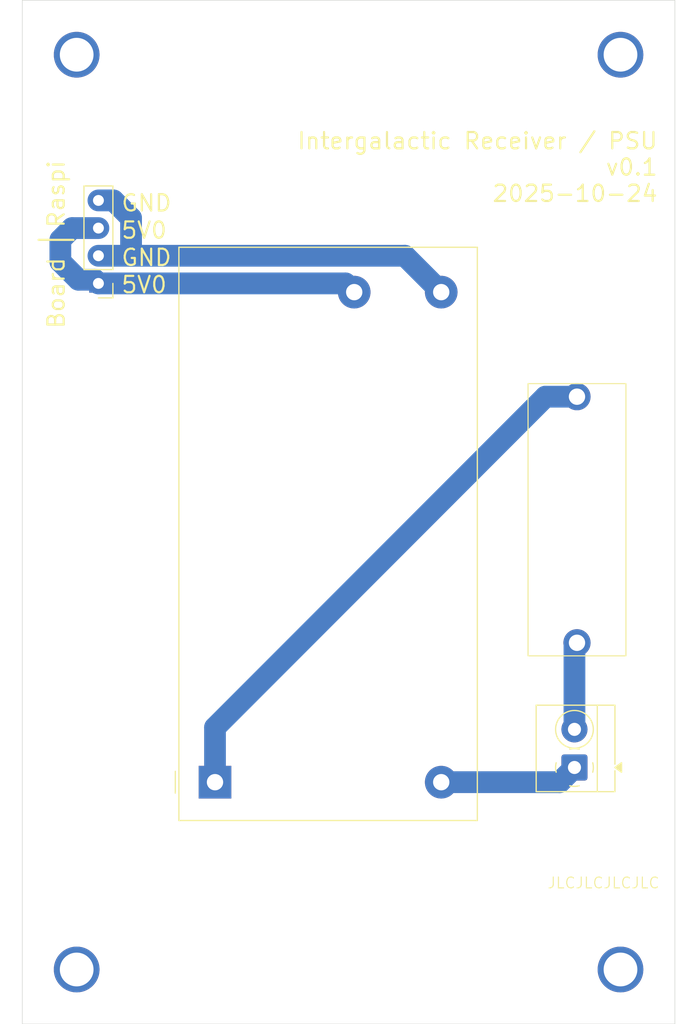
<source format=kicad_pcb>
(kicad_pcb (version 20240108) (generator "pcbnew") (generator_version "8.0")
  (layers (0 "F.Cu" signal) (31 "B.Cu" signal) (34 "B.Paste" user) (35 "F.Paste" user) (36 "B.SilkS" user "B.Silkscreen") (37 "F.SilkS" user "F.Silkscreen") (38 "B.Mask" user) (39 "F.Mask" user) (44 "Edge.Cuts" user))
  (net 0 "")
  (net 1 "Net-(PS1-AC{slash}L)")
  (net 2 "Net-(J1-Pin_2)")
  (net 3 "Net-(J1-Pin_1)")
  (net 4 "GND")
  (net 5 "5V0")
  (footprint "" (layer "F.Cu") (at 35 35)
    (property "Reference" "" (at 0 0 0) (layer "F.SilkS") (effects (font (size 1.27 1.27))))
    (property "Value" "")
    (pad "1" thru_hole circle (at 0 0) (size 4.2 4.2) (drill 3.1) (layers "*.Cu" "*.Mask" "In1.Cu" "In2.Cu" "In3.Cu" "In4.Cu" "In5.Cu" "In6.Cu" "In7.Cu" "In8.Cu" "In9.Cu" "In10.Cu" "In11.Cu" "In12.Cu" "In13.Cu" "In14.Cu" "In15.Cu" "In16.Cu" "In17.Cu" "In18.Cu" "In19.Cu" "In20.Cu" "In21.Cu" "In22.Cu" "In23.Cu" "In24.Cu" "In25.Cu" "In26.Cu" "In27.Cu" "In28.Cu" "In29.Cu" "In30.Cu"))
  )
  (footprint "TerminalBlock_4Ucon:TerminalBlock_4Ucon_1x02_P3.50mm_Horizontal" (layer "F.Cu") (at 80.767501 100.449999 90)
    (property "Reference" "J1" (hide yes))
    (property "Value" "Screw_Terminal_01x02")
    (fp_line (start 5.72 -3.52) (end 5.72 3.72) (stroke (width 0.12)) (layer "F.SilkS"))
    (fp_line (start -2.22 -3.52) (end 5.72 -3.52) (stroke (width 0.12)) (layer "F.SilkS"))
    (fp_line (start -2.22 -3.52) (end -2.22 3.72) (stroke (width 0.12)) (layer "F.SilkS"))
    (fp_line (start -2.22 2.1) (end 5.72 2.1) (stroke (width 0.12)) (layer "F.SilkS"))
    (fp_line (start 0.3 3.72) (end 5.72 3.72) (stroke (width 0.12)) (layer "F.SilkS"))
    (fp_line (start -2.22 3.72) (end -0.3 3.72) (stroke (width 0.12)) (layer "F.SilkS"))
    (fp_arc (start -0.433 -1.68) (mid 0.000376 -1.734903) (end 0.433727 -1.679812) (stroke (width 0.12)) (layer "F.SilkS"))
    (fp_arc (start 1.68 -0.433) (mid 1.734903 0.000376) (end 1.679812 0.433727) (stroke (width 0.12)) (layer "F.SilkS"))
    (fp_arc (start -1.68 0.433) (mid -1.734903 -0.000376) (end -1.679812 -0.433727) (stroke (width 0.12)) (layer "F.SilkS"))
    (fp_arc (start 0.433 1.68) (mid -0.000376 1.734903) (end -0.433727 1.679812) (stroke (width 0.12)) (layer "F.SilkS"))
    (fp_circle (center 3.5 0) (end 5.235 0) (stroke (width 0.12)) (fill none) (layer "F.SilkS"))
    (fp_poly (pts (xy 0 3.72) (xy 0.44 4.329999) (xy -0.44 4.329999) (xy 0 3.72)) (stroke (width 0.12)) (fill solid) (layer "F.SilkS"))
    (pad "1" thru_hole roundrect (at 0 0 90) (size 2.4 2.4) (drill 1.2) (layers "*.Cu" "*.Mask" "In1.Cu" "In2.Cu" "In3.Cu" "In4.Cu" "In5.Cu" "In6.Cu" "In7.Cu" "In8.Cu" "In9.Cu" "In10.Cu" "In11.Cu" "In12.Cu" "In13.Cu" "In14.Cu" "In15.Cu" "In16.Cu" "In17.Cu" "In18.Cu" "In19.Cu" "In20.Cu" "In21.Cu" "In22.Cu" "In23.Cu" "In24.Cu" "In25.Cu" "In26.Cu" "In27.Cu" "In28.Cu" "In29.Cu" "In30.Cu") (roundrect_rratio 0.104167) (net 3 "Net-(J1-Pin_1)"))
    (pad "2" thru_hole circle (at 3.5 0 90) (size 2.4 2.4) (drill 1.2) (layers "*.Cu" "*.Mask" "In1.Cu" "In2.Cu" "In3.Cu" "In4.Cu" "In5.Cu" "In6.Cu" "In7.Cu" "In8.Cu" "In9.Cu" "In10.Cu" "In11.Cu" "In12.Cu" "In13.Cu" "In14.Cu" "In15.Cu" "In16.Cu" "In17.Cu" "In18.Cu" "In19.Cu" "In20.Cu" "In21.Cu" "In22.Cu" "In23.Cu" "In24.Cu" "In25.Cu" "In26.Cu" "In27.Cu" "In28.Cu" "In29.Cu" "In30.Cu") (net 2 "Net-(J1-Pin_2)"))
  )
  (footprint "Connector_PinHeader_2.54mm:PinHeader_1x04_P2.54mm_Vertical" (layer "F.Cu") (at 37 56 180)
    (property "Reference" "J2" (hide yes))
    (property "Value" "Conn_01x04")
    (fp_line (start 1.33 1.270001) (end 1.33 8.95) (stroke (width 0.12)) (layer "F.SilkS"))
    (fp_line (start -1.33 8.95) (end 1.33 8.95) (stroke (width 0.12)) (layer "F.SilkS"))
    (fp_line (start -1.33 1.270001) (end 1.33 1.270001) (stroke (width 0.12)) (layer "F.SilkS"))
    (fp_line (start -1.33 1.270001) (end -1.33 8.95) (stroke (width 0.12)) (layer "F.SilkS"))
    (fp_line (start -1.33 0) (end -1.33 -1.33) (stroke (width 0.12)) (layer "F.SilkS"))
    (fp_line (start -1.33 -1.33) (end 0 -1.33) (stroke (width 0.12)) (layer "F.SilkS"))
    (pad "1" thru_hole rect (at 0 0 180) (size 1.7 1.7) (drill 1) (layers "*.Cu" "*.Mask" "In1.Cu" "In2.Cu" "In3.Cu" "In4.Cu" "In5.Cu" "In6.Cu" "In7.Cu" "In8.Cu" "In9.Cu" "In10.Cu" "In11.Cu" "In12.Cu" "In13.Cu" "In14.Cu" "In15.Cu" "In16.Cu" "In17.Cu" "In18.Cu" "In19.Cu" "In20.Cu" "In21.Cu" "In22.Cu" "In23.Cu" "In24.Cu" "In25.Cu" "In26.Cu" "In27.Cu" "In28.Cu" "In29.Cu" "In30.Cu") (net 5 "5V0"))
    (pad "2" thru_hole oval (at 0 2.54 180) (size 1.7 1.7) (drill 1) (layers "*.Cu" "*.Mask" "In1.Cu" "In2.Cu" "In3.Cu" "In4.Cu" "In5.Cu" "In6.Cu" "In7.Cu" "In8.Cu" "In9.Cu" "In10.Cu" "In11.Cu" "In12.Cu" "In13.Cu" "In14.Cu" "In15.Cu" "In16.Cu" "In17.Cu" "In18.Cu" "In19.Cu" "In20.Cu" "In21.Cu" "In22.Cu" "In23.Cu" "In24.Cu" "In25.Cu" "In26.Cu" "In27.Cu" "In28.Cu" "In29.Cu" "In30.Cu") (net 4 "GND"))
    (pad "3" thru_hole oval (at 0 5.079999 180) (size 1.7 1.7) (drill 1) (layers "*.Cu" "*.Mask" "In1.Cu" "In2.Cu" "In3.Cu" "In4.Cu" "In5.Cu" "In6.Cu" "In7.Cu" "In8.Cu" "In9.Cu" "In10.Cu" "In11.Cu" "In12.Cu" "In13.Cu" "In14.Cu" "In15.Cu" "In16.Cu" "In17.Cu" "In18.Cu" "In19.Cu" "In20.Cu" "In21.Cu" "In22.Cu" "In23.Cu" "In24.Cu" "In25.Cu" "In26.Cu" "In27.Cu" "In28.Cu" "In29.Cu" "In30.Cu") (net 5 "5V0"))
    (pad "4" thru_hole oval (at 0 7.62 180) (size 1.7 1.7) (drill 1) (layers "*.Cu" "*.Mask" "In1.Cu" "In2.Cu" "In3.Cu" "In4.Cu" "In5.Cu" "In6.Cu" "In7.Cu" "In8.Cu" "In9.Cu" "In10.Cu" "In11.Cu" "In12.Cu" "In13.Cu" "In14.Cu" "In15.Cu" "In16.Cu" "In17.Cu" "In18.Cu" "In19.Cu" "In20.Cu" "In21.Cu" "In22.Cu" "In23.Cu" "In24.Cu" "In25.Cu" "In26.Cu" "In27.Cu" "In28.Cu" "In29.Cu" "In30.Cu") (net 4 "GND"))
  )
  (footprint "" (layer "F.Cu") (at 35 119)
    (property "Reference" "" (at 0 0 0) (layer "F.SilkS") (effects (font (size 1.27 1.27))))
    (property "Value" "")
    (pad "1" thru_hole circle (at 0 0) (size 4.2 4.2) (drill 3.1) (layers "*.Cu" "*.Mask" "In1.Cu" "In2.Cu" "In3.Cu" "In4.Cu" "In5.Cu" "In6.Cu" "In7.Cu" "In8.Cu" "In9.Cu" "In10.Cu" "In11.Cu" "In12.Cu" "In13.Cu" "In14.Cu" "In15.Cu" "In16.Cu" "In17.Cu" "In18.Cu" "In19.Cu" "In20.Cu" "In21.Cu" "In22.Cu" "In23.Cu" "In24.Cu" "In25.Cu" "In26.Cu" "In27.Cu" "In28.Cu" "In29.Cu" "In30.Cu"))
  )
  (footprint "" (layer "F.Cu") (at 85 35)
    (property "Reference" "" (at 0 0 0) (layer "F.SilkS") (effects (font (size 1.27 1.27))))
    (property "Value" "")
    (pad "1" thru_hole circle (at 0 0) (size 4.2 4.2) (drill 3.1) (layers "*.Cu" "*.Mask" "In1.Cu" "In2.Cu" "In3.Cu" "In4.Cu" "In5.Cu" "In6.Cu" "In7.Cu" "In8.Cu" "In9.Cu" "In10.Cu" "In11.Cu" "In12.Cu" "In13.Cu" "In14.Cu" "In15.Cu" "In16.Cu" "In17.Cu" "In18.Cu" "In19.Cu" "In20.Cu" "In21.Cu" "In22.Cu" "In23.Cu" "In24.Cu" "In25.Cu" "In26.Cu" "In27.Cu" "In28.Cu" "In29.Cu" "In30.Cu"))
  )
  (footprint "IGR:FuseSocket" (layer "F.Cu") (at 81 77.699999 90)
    (property "Reference" "F1" (hide yes))
    (property "Value" "Fuse")
    (fp_poly (pts (xy -12.5 -4.5) (xy 12.5 -4.5) (xy 12.5 4.5) (xy -12.5 4.5)) (stroke (width 0.1)) (fill none) (layer "F.SilkS"))
    (pad "1" thru_hole circle (at -11.300001 0 270) (size 2.5 2.5) (drill 1.5) (layers "*.Cu" "*.Mask" "In1.Cu" "In2.Cu" "In3.Cu" "In4.Cu" "In5.Cu" "In6.Cu" "In7.Cu" "In8.Cu" "In9.Cu" "In10.Cu" "In11.Cu" "In12.Cu" "In13.Cu" "In14.Cu" "In15.Cu" "In16.Cu" "In17.Cu" "In18.Cu" "In19.Cu" "In20.Cu" "In21.Cu" "In22.Cu" "In23.Cu" "In24.Cu" "In25.Cu" "In26.Cu" "In27.Cu" "In28.Cu" "In29.Cu" "In30.Cu") (net 2 "Net-(J1-Pin_2)"))
    (pad "2" thru_hole circle (at 11.300001 0 180) (size 2.5 2.5) (drill 1.5) (layers "*.Cu" "*.Mask" "In1.Cu" "In2.Cu" "In3.Cu" "In4.Cu" "In5.Cu" "In6.Cu" "In7.Cu" "In8.Cu" "In9.Cu" "In10.Cu" "In11.Cu" "In12.Cu" "In13.Cu" "In14.Cu" "In15.Cu" "In16.Cu" "In17.Cu" "In18.Cu" "In19.Cu" "In20.Cu" "In21.Cu" "In22.Cu" "In23.Cu" "In24.Cu" "In25.Cu" "In26.Cu" "In27.Cu" "In28.Cu" "In29.Cu" "In30.Cu") (net 1 "Net-(PS1-AC{slash}L)"))
  )
  (footprint "Converter_ACDC:Converter_ACDC_MeanWell_IRM-20-xx_THT" (layer "F.Cu") (at 47.7175 101.8 90)
    (property "Reference" "PS1" (hide yes))
    (property "Value" "IRM-20-5")
    (fp_line (start 1 -3.65) (end -1 -3.65) (stroke (width 0.12)) (layer "F.SilkS"))
    (fp_line (start 49.120001 -3.32) (end 49.120001 24.12) (stroke (width 0.12)) (layer "F.SilkS"))
    (fp_line (start -3.519999 -3.32) (end 49.120001 -3.32) (stroke (width 0.12)) (layer "F.SilkS"))
    (fp_line (start -3.519999 -3.32) (end -3.519999 24.12) (stroke (width 0.12)) (layer "F.SilkS"))
    (fp_line (start -3.519999 24.12) (end 49.120001 24.12) (stroke (width 0.12)) (layer "F.SilkS"))
    (pad "1" thru_hole rect (at 0 0 90) (size 3 3) (drill 1.5) (layers "*.Cu" "*.Mask" "In1.Cu" "In2.Cu" "In3.Cu" "In4.Cu" "In5.Cu" "In6.Cu" "In7.Cu" "In8.Cu" "In9.Cu" "In10.Cu" "In11.Cu" "In12.Cu" "In13.Cu" "In14.Cu" "In15.Cu" "In16.Cu" "In17.Cu" "In18.Cu" "In19.Cu" "In20.Cu" "In21.Cu" "In22.Cu" "In23.Cu" "In24.Cu" "In25.Cu" "In26.Cu" "In27.Cu" "In28.Cu" "In29.Cu" "In30.Cu") (net 1 "Net-(PS1-AC{slash}L)"))
    (pad "2" thru_hole circle (at 0 20.8 90) (size 3 3) (drill 1.5) (layers "*.Cu" "*.Mask" "In1.Cu" "In2.Cu" "In3.Cu" "In4.Cu" "In5.Cu" "In6.Cu" "In7.Cu" "In8.Cu" "In9.Cu" "In10.Cu" "In11.Cu" "In12.Cu" "In13.Cu" "In14.Cu" "In15.Cu" "In16.Cu" "In17.Cu" "In18.Cu" "In19.Cu" "In20.Cu" "In21.Cu" "In22.Cu" "In23.Cu" "In24.Cu" "In25.Cu" "In26.Cu" "In27.Cu" "In28.Cu" "In29.Cu" "In30.Cu") (net 3 "Net-(J1-Pin_1)"))
    (pad "3" thru_hole circle (at 45 20.8 90) (size 3 3) (drill 1.5) (layers "*.Cu" "*.Mask" "In1.Cu" "In2.Cu" "In3.Cu" "In4.Cu" "In5.Cu" "In6.Cu" "In7.Cu" "In8.Cu" "In9.Cu" "In10.Cu" "In11.Cu" "In12.Cu" "In13.Cu" "In14.Cu" "In15.Cu" "In16.Cu" "In17.Cu" "In18.Cu" "In19.Cu" "In20.Cu" "In21.Cu" "In22.Cu" "In23.Cu" "In24.Cu" "In25.Cu" "In26.Cu" "In27.Cu" "In28.Cu" "In29.Cu" "In30.Cu") (net 4 "GND"))
    (pad "4" thru_hole circle (at 45 12.8 90) (size 3 3) (drill 1.5) (layers "*.Cu" "*.Mask" "In1.Cu" "In2.Cu" "In3.Cu" "In4.Cu" "In5.Cu" "In6.Cu" "In7.Cu" "In8.Cu" "In9.Cu" "In10.Cu" "In11.Cu" "In12.Cu" "In13.Cu" "In14.Cu" "In15.Cu" "In16.Cu" "In17.Cu" "In18.Cu" "In19.Cu" "In20.Cu" "In21.Cu" "In22.Cu" "In23.Cu" "In24.Cu" "In25.Cu" "In26.Cu" "In27.Cu" "In28.Cu" "In29.Cu" "In30.Cu") (net 5 "5V0"))
  )
  (footprint "" (layer "F.Cu") (at 85 119)
    (property "Reference" "" (at 0 0 0) (layer "F.SilkS") (effects (font (size 1.27 1.27))))
    (property "Value" "")
    (pad "1" thru_hole circle (at 0 0) (size 4.2 4.2) (drill 3.1) (layers "*.Cu" "*.Mask" "In1.Cu" "In2.Cu" "In3.Cu" "In4.Cu" "In5.Cu" "In6.Cu" "In7.Cu" "In8.Cu" "In9.Cu" "In10.Cu" "In11.Cu" "In12.Cu" "In13.Cu" "In14.Cu" "In15.Cu" "In16.Cu" "In17.Cu" "In18.Cu" "In19.Cu" "In20.Cu" "In21.Cu" "In22.Cu" "In23.Cu" "In24.Cu" "In25.Cu" "In26.Cu" "In27.Cu" "In28.Cu" "In29.Cu" "In30.Cu"))
  )
  (gr_line (start 31.5 52) (end 34.7 52) (stroke (width 0.2)) (layer "F.SilkS"))
  (gr_line (start 90 30) (end 30 30) (stroke (width 0.05)) (layer "Edge.Cuts"))
  (gr_line (start 30 124) (end 90 124) (stroke (width 0.05)) (layer "Edge.Cuts"))
  (gr_line (start 90 124) (end 90 30) (stroke (width 0.05)) (layer "Edge.Cuts"))
  (gr_line (start 30 30) (end 30 124) (stroke (width 0.05)) (layer "Edge.Cuts"))
  (gr_text "Board" (at 34 53.5 90) (layer "F.SilkS") (effects (font (size 1.5 1.5) (thickness 0.2)) (justify right bottom)))
  (gr_text "GND" (at 39 54.5 0) (layer "F.SilkS") (effects (font (size 1.5 1.5) (thickness 0.2)) (justify left bottom)))
  (gr_text "5V0" (at 39 52 0) (layer "F.SilkS") (effects (font (size 1.5 1.5) (thickness 0.2)) (justify left bottom)))
  (gr_text "JLCJLCJLCJLC" (at 88.646 111.633 0) (layer "F.SilkS") (effects (font (size 1 1) (thickness 0.1)) (justify right bottom)))
  (gr_text "Intergalactic Receiver / PSU\nv0.1\n2025-10-24" (at 88.519 42.037 0) (layer "F.SilkS") (effects (font (size 1.5 1.5) (thickness 0.2)) (justify right top)))
  (gr_text "Raspi" (at 34 51 90) (layer "F.SilkS") (effects (font (size 1.5 1.5) (thickness 0.2)) (justify left bottom)))
  (gr_text "GND" (at 39 49.5 0) (layer "F.SilkS") (effects (font (size 1.5 1.5) (thickness 0.2)) (justify left bottom)))
  (gr_text "5V0" (at 39 57 0) (layer "F.SilkS") (effects (font (size 1.5 1.5) (thickness 0.2)) (justify left bottom)))
  (segment (start 78.100002 66.399998) (end 81 66.399998) (width 2) (layer "B.Cu") (net 1))
  (segment (start 47.7175 101.8) (end 47.7175 96.7825) (width 2) (layer "B.Cu") (net 1))
  (segment (start 47.7175 96.7825) (end 78.100002 66.399998) (width 2) (layer "B.Cu") (net 1))
  (segment (start 80.767501 89.232499) (end 81 89) (width 2) (layer "B.Cu") (net 2))
  (segment (start 80.767501 96.949999) (end 80.767501 89.232499) (width 2) (layer "B.Cu") (net 2))
  (segment (start 68.5175 101.8) (end 79.4175 101.8) (width 2) (layer "B.Cu") (net 3))
  (segment (start 79.4175 101.8) (end 80.767501 100.449999) (width 2) (layer "B.Cu") (net 3))
  (segment (start 40 53.46) (end 65.1775 53.46) (width 2) (layer "B.Cu") (net 4))
  (segment (start 65.1775 53.46) (end 68.5175 56.8) (width 2) (layer "B.Cu") (net 4))
  (segment (start 40 50) (end 40 53.46) (width 2) (layer "B.Cu") (net 4))
  (segment (start 37 48.38) (end 38.38 48.38) (width 2) (layer "B.Cu") (net 4))
  (segment (start 38.38 48.38) (end 40 50) (width 2) (layer "B.Cu") (net 4))
  (segment (start 37 53.46) (end 40 53.46) (width 2) (layer "B.Cu") (net 4))
  (segment (start 33.5 54) (end 33.5 52) (width 2) (layer "B.Cu") (net 5))
  (segment (start 36.66 55.66) (end 35.16 55.66) (width 2) (layer "B.Cu") (net 5))
  (segment (start 35.16 55.66) (end 33.5 54) (width 2) (layer "B.Cu") (net 5))
  (segment (start 33.5 52) (end 34.579999 50.920001) (width 2) (layer "B.Cu") (net 5))
  (segment (start 59.7175 56) (end 60.5175 56.8) (width 2) (layer "B.Cu") (net 5))
  (segment (start 37 56) (end 36.66 55.66) (width 2) (layer "B.Cu") (net 5))
  (segment (start 37 56) (end 59.7175 56) (width 2) (layer "B.Cu") (net 5))
  (segment (start 34.579999 50.920001) (end 37 50.920001) (width 2) (layer "B.Cu") (net 5))
)
</source>
